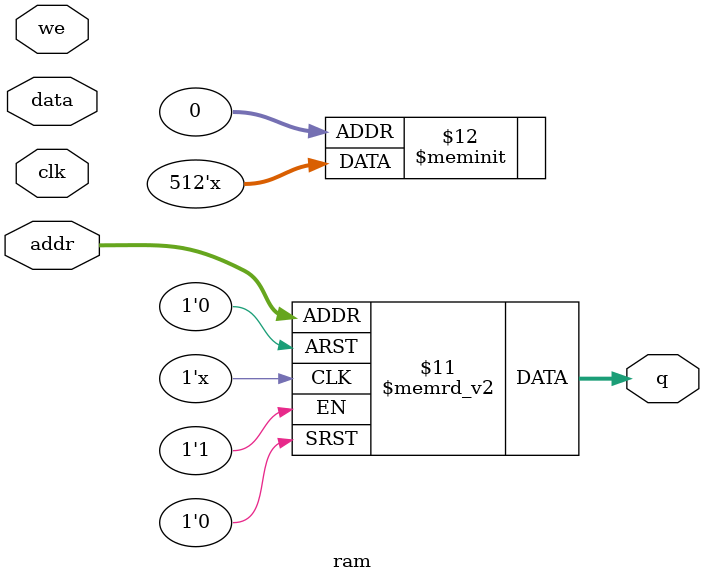
<source format=v>
module ram #(
    parameter ADDR_WIDTH=6,
    parameter DATA_WIDTH=8
) (
    input [DATA_WIDTH-1:0] data,
    input [ADDR_WIDTH-1:0] addr,
    input we, clk,
    output [7:0] q
);
reg [DATA_WIDTH-1:0] ram[2**ADDR_WIDTH-1:0];
// when we is high, write data to ram at address addr
// assign the ram value at address addr to q.
always @ (we && clk) begin
    ram[addr] <= data;
    q <= ram[addr];
end

endmodule

</source>
